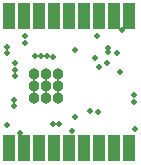
<source format=gbr>
G04 Layer_Color=16711935*
%FSLAX25Y25*%
%MOIN*%
%TF.FileFunction,Soldermask,Bot*%
%TF.Part,Single*%
G01*
G75*
%TA.AperFunction,ViaPad*%
%ADD49C,0.01981*%
%ADD50C,0.03800*%
%TA.AperFunction,ComponentPad*%
%ADD51R,0.03950X0.08674*%
D49*
X7776Y37642D02*
D03*
X44626Y6461D02*
D03*
X1831Y33980D02*
D03*
X40335Y39453D02*
D03*
X32618Y27169D02*
D03*
X35689Y32169D02*
D03*
X1831Y31972D02*
D03*
X39665Y25752D02*
D03*
X41476Y41539D02*
D03*
X44350Y15476D02*
D03*
X32185Y12405D02*
D03*
X44311Y18075D02*
D03*
X35689Y33626D02*
D03*
X29705Y12484D02*
D03*
X6177Y5197D02*
D03*
X35177Y28705D02*
D03*
X31949Y37752D02*
D03*
X42697Y41579D02*
D03*
X19114Y8350D02*
D03*
X17146Y8272D02*
D03*
X23681Y5988D02*
D03*
X4311Y14374D02*
D03*
X4350Y16342D02*
D03*
X11201Y30870D02*
D03*
X13209Y30831D02*
D03*
X15138Y30791D02*
D03*
X17185Y30752D02*
D03*
X24587Y10437D02*
D03*
X4587Y26382D02*
D03*
Y28705D02*
D03*
X1831Y7917D02*
D03*
X4626Y24177D02*
D03*
X24468Y33075D02*
D03*
X7815Y35398D02*
D03*
X31161Y30398D02*
D03*
X38681Y31854D02*
D03*
D50*
X10937Y24976D02*
D03*
Y20976D02*
D03*
X18937Y24976D02*
D03*
X14937D02*
D03*
X18937Y20976D02*
D03*
X10937Y16976D02*
D03*
X14937Y20976D02*
D03*
X18937Y16976D02*
D03*
X14937D02*
D03*
D51*
X2697Y240D02*
D03*
X7697D02*
D03*
X12697D02*
D03*
X17697D02*
D03*
X22697D02*
D03*
X27697D02*
D03*
X32697D02*
D03*
X37697D02*
D03*
X42697D02*
D03*
Y44138D02*
D03*
X37697D02*
D03*
X32697D02*
D03*
X27697D02*
D03*
X22697D02*
D03*
X17697D02*
D03*
X12697D02*
D03*
X7697D02*
D03*
X2697D02*
D03*
%TF.MD5,7d561db656bcb08696e32d3f345e131a*%
M02*

</source>
